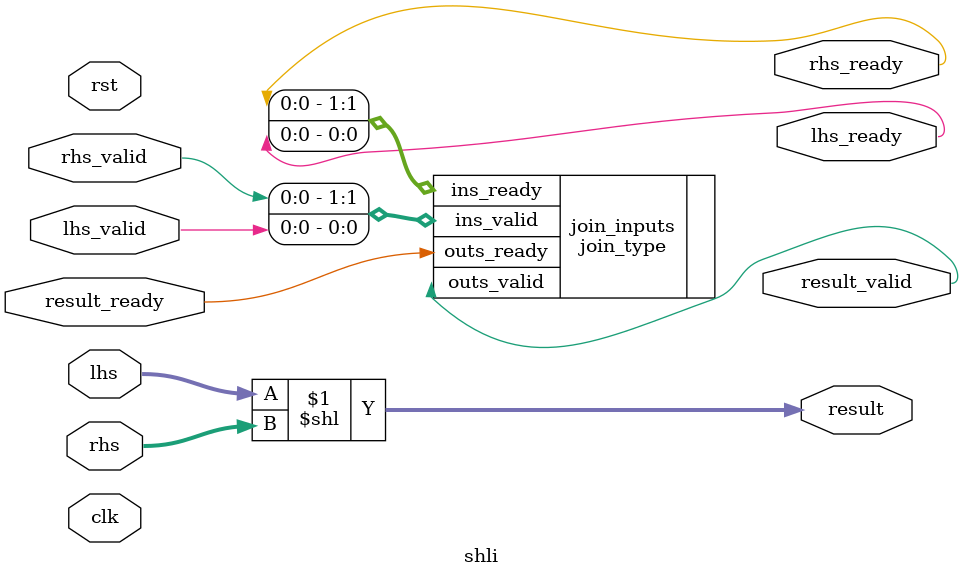
<source format=v>
`timescale 1ns/1ps
module shli #(
  parameter DATA_WIDTH = 32
)(
  // inputs
  input  clk,
  input  rst,
  input  [DATA_WIDTH - 1 : 0] lhs,
  input  lhs_valid,
  input  [DATA_WIDTH - 1 : 0] rhs,
  input  rhs_valid,
  input  result_ready,
  // outputs
  output [DATA_WIDTH - 1 : 0] result,
  output result_valid,
  output lhs_ready,
  output rhs_ready
);
  
    // Instantiate the join node
    join_type #(
      .SIZE(2)
    ) join_inputs (
      .ins_valid  ({rhs_valid, lhs_valid}),
      .outs_ready (result_ready             ),
      .ins_ready  ({rhs_ready, lhs_ready}  ),
      .outs_valid (result_valid             )
    );
  
    assign result = lhs << rhs;

endmodule
</source>
